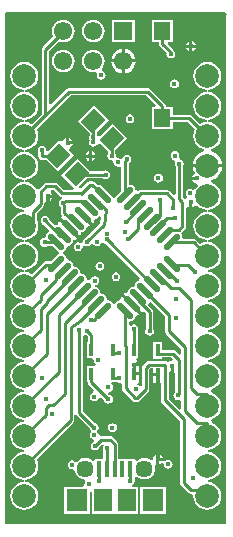
<source format=gtl>
G04*
G04 #@! TF.GenerationSoftware,Altium Limited,Altium Designer,19.1.7 (138)*
G04*
G04 Layer_Physical_Order=1*
G04 Layer_Color=255*
%FSLAX44Y44*%
%MOMM*%
G71*
G01*
G75*
%ADD15C,0.2540*%
%ADD16C,0.1524*%
%ADD17R,0.4000X1.0000*%
G04:AMPARAMS|DCode=18|XSize=0.55mm|YSize=1.75mm|CornerRadius=0mm|HoleSize=0mm|Usage=FLASHONLY|Rotation=45.000|XOffset=0mm|YOffset=0mm|HoleType=Round|Shape=Round|*
%AMOVALD18*
21,1,1.2000,0.5500,0.0000,0.0000,135.0*
1,1,0.5500,0.4243,-0.4243*
1,1,0.5500,-0.4243,0.4243*
%
%ADD18OVALD18*%

G04:AMPARAMS|DCode=19|XSize=0.55mm|YSize=1.75mm|CornerRadius=0mm|HoleSize=0mm|Usage=FLASHONLY|Rotation=315.000|XOffset=0mm|YOffset=0mm|HoleType=Round|Shape=Round|*
%AMOVALD19*
21,1,1.2000,0.5500,0.0000,0.0000,45.0*
1,1,0.5500,-0.4243,-0.4243*
1,1,0.5500,0.4243,0.4243*
%
%ADD19OVALD19*%

G04:AMPARAMS|DCode=20|XSize=0.55mm|YSize=1.75mm|CornerRadius=0mm|HoleSize=0mm|Usage=FLASHONLY|Rotation=315.000|XOffset=0mm|YOffset=0mm|HoleType=Round|Shape=Round|*
%AMOVALD20*
21,1,1.2000,0.5500,0.0000,0.0000,45.0*
1,1,0.5500,-0.4243,-0.4243*
1,1,0.5500,0.4243,0.4243*
%
%ADD20OVALD20*%

%ADD21R,0.4000X1.3500*%
%ADD22R,1.8000X1.9000*%
%ADD23R,1.5000X1.9000*%
%ADD24R,1.4000X1.5000*%
G04:AMPARAMS|DCode=25|XSize=1.6mm|YSize=1.4mm|CornerRadius=0mm|HoleSize=0mm|Usage=FLASHONLY|Rotation=45.000|XOffset=0mm|YOffset=0mm|HoleType=Round|Shape=Rectangle|*
%AMROTATEDRECTD25*
4,1,4,-0.0707,-1.0607,-1.0607,-0.0707,0.0707,1.0607,1.0607,0.0707,-0.0707,-1.0607,0.0*
%
%ADD25ROTATEDRECTD25*%

%ADD41C,1.4500*%
G04:AMPARAMS|DCode=42|XSize=0.6mm|YSize=1.3mm|CornerRadius=0.15mm|HoleSize=0mm|Usage=FLASHONLY|Rotation=0.000|XOffset=0mm|YOffset=0mm|HoleType=Round|Shape=RoundedRectangle|*
%AMROUNDEDRECTD42*
21,1,0.6000,1.0000,0,0,0.0*
21,1,0.3000,1.3000,0,0,0.0*
1,1,0.3000,0.1500,-0.5000*
1,1,0.3000,-0.1500,-0.5000*
1,1,0.3000,-0.1500,0.5000*
1,1,0.3000,0.1500,0.5000*
%
%ADD42ROUNDEDRECTD42*%
%ADD43C,2.0000*%
%ADD44R,1.5500X1.5500*%
%ADD45C,1.5500*%
%ADD46C,0.3810*%
G36*
X171704Y24638D02*
X170180Y23114D01*
Y-406908D01*
X-15240D01*
X-15748Y-406400D01*
Y25908D01*
X170434D01*
X171704Y24638D01*
D02*
G37*
%LPC*%
G36*
X93348Y19942D02*
X74292D01*
Y886D01*
X93348D01*
Y19942D01*
D02*
G37*
G36*
X58420Y20024D02*
X55933Y19697D01*
X53615Y18737D01*
X51625Y17209D01*
X50097Y15219D01*
X49137Y12901D01*
X48810Y10414D01*
X49137Y7927D01*
X50097Y5609D01*
X51625Y3619D01*
X53615Y2091D01*
X55933Y1131D01*
X58420Y804D01*
X60907Y1131D01*
X63225Y2091D01*
X65215Y3619D01*
X66743Y5609D01*
X67703Y7927D01*
X68030Y10414D01*
X67703Y12901D01*
X66743Y15219D01*
X65215Y17209D01*
X63225Y18737D01*
X60907Y19697D01*
X58420Y20024D01*
D02*
G37*
G36*
X33020D02*
X30533Y19697D01*
X28215Y18737D01*
X26225Y17209D01*
X24697Y15219D01*
X23737Y12901D01*
X23410Y10414D01*
X23737Y7927D01*
X24589Y5870D01*
X15582Y-3137D01*
X14909Y-4145D01*
X14672Y-5334D01*
Y-59673D01*
X6201Y-68144D01*
X5940Y-67944D01*
X3075Y-66757D01*
X1166Y-66506D01*
X580Y-66429D01*
Y-64635D01*
X1166Y-64558D01*
X3075Y-64307D01*
X5940Y-63120D01*
X8400Y-61232D01*
X10288Y-58772D01*
X11475Y-55907D01*
X11880Y-52832D01*
X11475Y-49757D01*
X10288Y-46892D01*
X8400Y-44432D01*
X5940Y-42544D01*
X3075Y-41357D01*
X1166Y-41106D01*
X580Y-41029D01*
Y-39235D01*
X1166Y-39158D01*
X3075Y-38907D01*
X5940Y-37720D01*
X8400Y-35832D01*
X10288Y-33372D01*
X11475Y-30507D01*
X11880Y-27432D01*
X11475Y-24357D01*
X10288Y-21492D01*
X8400Y-19032D01*
X5940Y-17144D01*
X3075Y-15957D01*
X0Y-15552D01*
X-3075Y-15957D01*
X-5940Y-17144D01*
X-8400Y-19032D01*
X-10288Y-21492D01*
X-11475Y-24357D01*
X-11880Y-27432D01*
X-11475Y-30507D01*
X-10288Y-33372D01*
X-8400Y-35832D01*
X-5940Y-37720D01*
X-3075Y-38907D01*
X-1166Y-39158D01*
X-580Y-39235D01*
Y-41029D01*
X-1166Y-41106D01*
X-3075Y-41357D01*
X-5940Y-42544D01*
X-8400Y-44432D01*
X-10288Y-46892D01*
X-11475Y-49757D01*
X-11880Y-52832D01*
X-11475Y-55907D01*
X-10288Y-58772D01*
X-8400Y-61232D01*
X-5940Y-63120D01*
X-3075Y-64307D01*
X-1166Y-64558D01*
X-580Y-64635D01*
Y-66429D01*
X-1166Y-66506D01*
X-3075Y-66757D01*
X-5940Y-67944D01*
X-8400Y-69832D01*
X-10288Y-72292D01*
X-11475Y-75157D01*
X-11880Y-78232D01*
X-11475Y-81307D01*
X-10288Y-84172D01*
X-8400Y-86632D01*
X-5940Y-88520D01*
X-3075Y-89707D01*
X-1166Y-89958D01*
X-580Y-90035D01*
Y-91829D01*
X-1166Y-91906D01*
X-3075Y-92157D01*
X-5940Y-93344D01*
X-8400Y-95232D01*
X-10288Y-97692D01*
X-11475Y-100557D01*
X-11880Y-103632D01*
X-11475Y-106707D01*
X-10288Y-109572D01*
X-8400Y-112032D01*
X-5940Y-113920D01*
X-3075Y-115107D01*
X-1166Y-115358D01*
X-580Y-115435D01*
Y-117229D01*
X-1166Y-117306D01*
X-3075Y-117557D01*
X-5940Y-118744D01*
X-8400Y-120632D01*
X-10288Y-123092D01*
X-11475Y-125957D01*
X-11880Y-129032D01*
X-11475Y-132107D01*
X-10288Y-134972D01*
X-8400Y-137432D01*
X-5940Y-139320D01*
X-3075Y-140507D01*
X-1166Y-140758D01*
X-580Y-140835D01*
Y-142629D01*
X-1146Y-142703D01*
X-3075Y-142957D01*
X-5940Y-144144D01*
X-8400Y-146032D01*
X-10288Y-148492D01*
X-11475Y-151357D01*
X-11880Y-154432D01*
X-11475Y-157507D01*
X-10288Y-160372D01*
X-8400Y-162832D01*
X-5940Y-164720D01*
X-3075Y-165907D01*
X-1166Y-166158D01*
X-580Y-166235D01*
Y-168029D01*
X-1166Y-168106D01*
X-3075Y-168357D01*
X-5940Y-169544D01*
X-8400Y-171432D01*
X-10288Y-173892D01*
X-11475Y-176757D01*
X-11880Y-179832D01*
X-11475Y-182907D01*
X-10288Y-185772D01*
X-8400Y-188232D01*
X-5940Y-190120D01*
X-3075Y-191307D01*
X-1166Y-191558D01*
X-580Y-191635D01*
Y-193429D01*
X-1166Y-193506D01*
X-3075Y-193757D01*
X-5940Y-194944D01*
X-8400Y-196832D01*
X-10288Y-199292D01*
X-11475Y-202157D01*
X-11880Y-205232D01*
X-11475Y-208307D01*
X-10288Y-211172D01*
X-8400Y-213632D01*
X-5940Y-215520D01*
X-3075Y-216707D01*
X-1166Y-216958D01*
X-580Y-217035D01*
Y-218829D01*
X-1166Y-218906D01*
X-3075Y-219157D01*
X-5940Y-220344D01*
X-8400Y-222232D01*
X-10288Y-224692D01*
X-11475Y-227557D01*
X-11880Y-230632D01*
X-11475Y-233707D01*
X-10288Y-236572D01*
X-8400Y-239032D01*
X-5940Y-240920D01*
X-3075Y-242107D01*
X-1166Y-242358D01*
X-580Y-242435D01*
Y-244229D01*
X-1166Y-244306D01*
X-3075Y-244557D01*
X-5940Y-245744D01*
X-8400Y-247632D01*
X-10288Y-250092D01*
X-11475Y-252957D01*
X-11880Y-256032D01*
X-11475Y-259107D01*
X-10288Y-261972D01*
X-8400Y-264432D01*
X-5940Y-266320D01*
X-3075Y-267507D01*
X-1166Y-267758D01*
X-580Y-267835D01*
Y-269629D01*
X-1166Y-269706D01*
X-3075Y-269957D01*
X-5940Y-271144D01*
X-8400Y-273032D01*
X-10288Y-275492D01*
X-11475Y-278357D01*
X-11880Y-281432D01*
X-11475Y-284507D01*
X-10288Y-287372D01*
X-8400Y-289832D01*
X-5940Y-291720D01*
X-3075Y-292907D01*
X-1166Y-293158D01*
X-580Y-293235D01*
Y-295029D01*
X-1166Y-295106D01*
X-3075Y-295357D01*
X-5940Y-296544D01*
X-8400Y-298432D01*
X-10288Y-300892D01*
X-11475Y-303757D01*
X-11880Y-306832D01*
X-11475Y-309907D01*
X-10288Y-312772D01*
X-8400Y-315232D01*
X-5940Y-317120D01*
X-3075Y-318307D01*
X-1166Y-318558D01*
X-580Y-318635D01*
Y-320429D01*
X-1166Y-320506D01*
X-3075Y-320757D01*
X-5940Y-321944D01*
X-8400Y-323832D01*
X-10288Y-326292D01*
X-11475Y-329157D01*
X-11880Y-332232D01*
X-11475Y-335307D01*
X-10288Y-338172D01*
X-8400Y-340632D01*
X-5940Y-342520D01*
X-3075Y-343707D01*
X-1166Y-343958D01*
X-580Y-344035D01*
Y-345829D01*
X-1166Y-345906D01*
X-3075Y-346157D01*
X-5940Y-347344D01*
X-8400Y-349232D01*
X-10288Y-351692D01*
X-11475Y-354557D01*
X-11880Y-357632D01*
X-11475Y-360707D01*
X-10288Y-363572D01*
X-8400Y-366032D01*
X-5940Y-367920D01*
X-3075Y-369107D01*
X-1166Y-369358D01*
X-580Y-369435D01*
Y-371229D01*
X-1166Y-371306D01*
X-3075Y-371557D01*
X-5940Y-372744D01*
X-8400Y-374632D01*
X-10288Y-377092D01*
X-11475Y-379957D01*
X-11880Y-383032D01*
X-11475Y-386107D01*
X-10288Y-388972D01*
X-8400Y-391432D01*
X-5940Y-393320D01*
X-3075Y-394507D01*
X0Y-394912D01*
X3075Y-394507D01*
X5940Y-393320D01*
X8400Y-391432D01*
X10288Y-388972D01*
X11475Y-386107D01*
X11880Y-383032D01*
X11475Y-379957D01*
X10288Y-377092D01*
X8400Y-374632D01*
X5940Y-372744D01*
X3075Y-371557D01*
X1166Y-371306D01*
X580Y-371229D01*
Y-369435D01*
X1166Y-369358D01*
X3075Y-369107D01*
X5940Y-367920D01*
X8400Y-366032D01*
X10288Y-363572D01*
X11475Y-360707D01*
X11880Y-357632D01*
X11475Y-354557D01*
X10451Y-352084D01*
X41408Y-321127D01*
X42082Y-320119D01*
X42318Y-318930D01*
Y-315022D01*
X44096Y-314483D01*
X44406Y-314947D01*
X55586Y-326127D01*
X55713Y-326765D01*
X56527Y-327983D01*
Y-329173D01*
X55713Y-330391D01*
X55427Y-331828D01*
X55713Y-333265D01*
X56527Y-334483D01*
X57745Y-335297D01*
X57751Y-335299D01*
X58465Y-337030D01*
X58253Y-337399D01*
X57035Y-338213D01*
X56221Y-339431D01*
X55935Y-340868D01*
X56221Y-342305D01*
X57035Y-343523D01*
X58253Y-344337D01*
X59690Y-344623D01*
X61127Y-344337D01*
X62345Y-343523D01*
X63159Y-342305D01*
X63286Y-341667D01*
X65697Y-339256D01*
X67033Y-340352D01*
X67058Y-340420D01*
X66531Y-341209D01*
X66245Y-342646D01*
X66531Y-344083D01*
X66892Y-344624D01*
Y-351644D01*
X59722D01*
Y-353136D01*
X57944Y-353740D01*
X57939Y-353733D01*
X56053Y-352286D01*
X53857Y-351376D01*
X51500Y-351066D01*
X49143Y-351376D01*
X46947Y-352286D01*
X45061Y-353733D01*
X44651Y-354267D01*
X43052Y-354215D01*
X41834Y-353401D01*
X40397Y-353115D01*
X38960Y-353401D01*
X37742Y-354215D01*
X36928Y-355433D01*
X36642Y-356870D01*
X36928Y-358307D01*
X37742Y-359525D01*
X38960Y-360339D01*
X40397Y-360625D01*
X40654Y-360574D01*
X42574Y-361776D01*
X42616Y-361859D01*
X42704Y-362529D01*
X43614Y-364725D01*
X45061Y-366611D01*
X46947Y-368058D01*
X49143Y-368968D01*
X50790Y-369184D01*
X51191Y-369857D01*
X51520Y-370939D01*
X51521Y-370984D01*
X50887Y-371933D01*
X50601Y-373370D01*
X50705Y-373896D01*
X49491Y-375674D01*
X33622D01*
Y-384229D01*
X33435Y-384681D01*
X33151Y-386842D01*
X33435Y-389003D01*
X33622Y-389455D01*
Y-398230D01*
X55178D01*
Y-378894D01*
X55324Y-378780D01*
X57017Y-379605D01*
X57102Y-379749D01*
Y-398230D01*
X75564D01*
X75658Y-398230D01*
X77342D01*
X77436Y-398230D01*
X95898D01*
Y-375674D01*
X91500D01*
X91275Y-375036D01*
X91204Y-373896D01*
X92155Y-373261D01*
X92969Y-372042D01*
X93255Y-370605D01*
X93230Y-370478D01*
X93278Y-368700D01*
X93278Y-368700D01*
X93576Y-367427D01*
X93908Y-367244D01*
X95271Y-366772D01*
X96947Y-368058D01*
X99143Y-368968D01*
X101500Y-369278D01*
X103857Y-368968D01*
X106053Y-368058D01*
X107939Y-366611D01*
X109386Y-364725D01*
X110295Y-362529D01*
X110606Y-360172D01*
X110303Y-357871D01*
X110717Y-357256D01*
X111662Y-356469D01*
X111760Y-356488D01*
Y-352209D01*
Y-347929D01*
X111296Y-348022D01*
X109825Y-349004D01*
X108843Y-350474D01*
X108547Y-351959D01*
X107688Y-352528D01*
X106817Y-352873D01*
X106053Y-352286D01*
X103857Y-351376D01*
X101500Y-351066D01*
X99143Y-351376D01*
X96947Y-352286D01*
X95061Y-353733D01*
X95056Y-353740D01*
X93278Y-353136D01*
Y-351644D01*
X79608D01*
Y-339644D01*
X79371Y-338455D01*
X78698Y-337447D01*
X74587Y-333336D01*
X73579Y-332663D01*
X72390Y-332426D01*
X65024D01*
X64615Y-332508D01*
X63373Y-332005D01*
X62814Y-331207D01*
X62651Y-330391D01*
X61837Y-329173D01*
Y-327983D01*
X62651Y-326765D01*
X62937Y-325328D01*
X62651Y-323891D01*
X61837Y-322673D01*
X60619Y-321858D01*
X59981Y-321731D01*
X49712Y-311462D01*
Y-247565D01*
X51490Y-246614D01*
X51903Y-246891D01*
X52541Y-247018D01*
X53534Y-248011D01*
Y-252810D01*
X52864D01*
Y-266366D01*
X57525D01*
X58871Y-268144D01*
X58822Y-268392D01*
X59108Y-269829D01*
X59922Y-271047D01*
X60064Y-271142D01*
X60173Y-271490D01*
X59265Y-273130D01*
X58788Y-273130D01*
X58788Y-273130D01*
X58751Y-273130D01*
X52864D01*
Y-286686D01*
X53534D01*
Y-287020D01*
X53771Y-288209D01*
X54444Y-289217D01*
X59117Y-293890D01*
X58430Y-295717D01*
X57721Y-295858D01*
X56502Y-296672D01*
X55688Y-297891D01*
X55402Y-299328D01*
X55688Y-300765D01*
X56502Y-301983D01*
X57721Y-302797D01*
X59158Y-303083D01*
X60595Y-302797D01*
X61813Y-301983D01*
X62627Y-300765D01*
X62768Y-300056D01*
X64596Y-299369D01*
X67524Y-302297D01*
X67651Y-302935D01*
X68465Y-304153D01*
X69683Y-304967D01*
X71120Y-305253D01*
X72557Y-304967D01*
X73775Y-304153D01*
X74589Y-302935D01*
X74875Y-301498D01*
X74589Y-300061D01*
X73775Y-298843D01*
X72557Y-298029D01*
X71919Y-297902D01*
X70899Y-296882D01*
X70959Y-296415D01*
X71599Y-295068D01*
X72557Y-294877D01*
X73775Y-294063D01*
X74589Y-292845D01*
X74875Y-291408D01*
X74589Y-289971D01*
X73775Y-288753D01*
X73343Y-288464D01*
X73882Y-286686D01*
X77949D01*
X78319Y-286933D01*
X79756Y-287219D01*
X80712Y-287029D01*
X82094Y-287816D01*
X82490Y-288205D01*
Y-292100D01*
X82727Y-293289D01*
X83400Y-294298D01*
X91783Y-302680D01*
X92791Y-303353D01*
X93980Y-303590D01*
X95250D01*
X96439Y-303353D01*
X97448Y-302680D01*
X104813Y-295313D01*
X105487Y-294305D01*
X105724Y-293116D01*
Y-276115D01*
X106697Y-275142D01*
X108490D01*
Y-279146D01*
X113030D01*
Y-280416D01*
X114300D01*
Y-287956D01*
X115764D01*
Y-302260D01*
X116001Y-303449D01*
X116674Y-304457D01*
X131766Y-319549D01*
Y-372110D01*
X132003Y-373299D01*
X132676Y-374308D01*
X138772Y-380404D01*
X139781Y-381077D01*
X140970Y-381314D01*
X141938D01*
X143111Y-382650D01*
X143060Y-383032D01*
X143465Y-386107D01*
X144652Y-388972D01*
X146540Y-391432D01*
X149000Y-393320D01*
X151865Y-394507D01*
X154940Y-394912D01*
X158015Y-394507D01*
X160880Y-393320D01*
X163340Y-391432D01*
X165228Y-388972D01*
X166415Y-386107D01*
X166820Y-383032D01*
X166415Y-379957D01*
X165228Y-377092D01*
X163340Y-374632D01*
X160880Y-372744D01*
X158015Y-371557D01*
X156106Y-371306D01*
X155520Y-371229D01*
Y-369435D01*
X156106Y-369358D01*
X158015Y-369107D01*
X160880Y-367920D01*
X163340Y-366032D01*
X165228Y-363572D01*
X166415Y-360707D01*
X166820Y-357632D01*
X166415Y-354557D01*
X165228Y-351692D01*
X163340Y-349232D01*
X160880Y-347344D01*
X158015Y-346157D01*
X156106Y-345906D01*
X155520Y-345829D01*
Y-344035D01*
X156106Y-343958D01*
X158015Y-343707D01*
X160880Y-342520D01*
X163340Y-340632D01*
X165228Y-338172D01*
X166415Y-335307D01*
X166820Y-332232D01*
X166415Y-329157D01*
X165228Y-326292D01*
X163340Y-323832D01*
X160880Y-321944D01*
X158698Y-321040D01*
X158120Y-319237D01*
X158137Y-318992D01*
X158554Y-318083D01*
X160880Y-317120D01*
X163340Y-315232D01*
X165228Y-312772D01*
X166415Y-309907D01*
X166820Y-306832D01*
X166415Y-303757D01*
X165228Y-300892D01*
X163340Y-298432D01*
X160880Y-296544D01*
X158015Y-295357D01*
X157735Y-294737D01*
X157812Y-294234D01*
X158620Y-292656D01*
X160880Y-291720D01*
X163340Y-289832D01*
X165228Y-287372D01*
X166415Y-284507D01*
X166820Y-281432D01*
X166415Y-278357D01*
X165228Y-275492D01*
X163340Y-273032D01*
X160880Y-271144D01*
X158015Y-269957D01*
X156106Y-269706D01*
X155520Y-269629D01*
Y-267835D01*
X156106Y-267758D01*
X158015Y-267507D01*
X160880Y-266320D01*
X163340Y-264432D01*
X165228Y-261972D01*
X166415Y-259107D01*
X166820Y-256032D01*
X166415Y-252957D01*
X165228Y-250092D01*
X163340Y-247632D01*
X160880Y-245744D01*
X158015Y-244557D01*
X156106Y-244306D01*
X155520Y-244229D01*
Y-242435D01*
X156106Y-242358D01*
X158015Y-242107D01*
X160880Y-240920D01*
X163340Y-239032D01*
X165228Y-236572D01*
X166415Y-233707D01*
X166820Y-230632D01*
X166415Y-227557D01*
X165228Y-224692D01*
X163340Y-222232D01*
X160880Y-220344D01*
X158015Y-219157D01*
X156106Y-218906D01*
X155520Y-218829D01*
Y-217035D01*
X156106Y-216958D01*
X158015Y-216707D01*
X160880Y-215520D01*
X163340Y-213632D01*
X165228Y-211172D01*
X166415Y-208307D01*
X166820Y-205232D01*
X166415Y-202157D01*
X165228Y-199292D01*
X163340Y-196832D01*
X160880Y-194944D01*
X158015Y-193757D01*
X156106Y-193506D01*
X155520Y-193429D01*
Y-191635D01*
X156106Y-191558D01*
X158015Y-191307D01*
X160880Y-190120D01*
X163340Y-188232D01*
X165228Y-185772D01*
X166415Y-182907D01*
X166820Y-179832D01*
X166415Y-176757D01*
X165228Y-173892D01*
X163340Y-171432D01*
X160880Y-169544D01*
X158015Y-168357D01*
X156106Y-168106D01*
X155520Y-168029D01*
Y-166235D01*
X156106Y-166158D01*
X158015Y-165907D01*
X160880Y-164720D01*
X163340Y-162832D01*
X165228Y-160372D01*
X166415Y-157507D01*
X166820Y-154432D01*
X166415Y-151357D01*
X165228Y-148492D01*
X163340Y-146032D01*
X160880Y-144144D01*
X158015Y-142957D01*
X156106Y-142706D01*
X155520Y-142629D01*
Y-140835D01*
X156106Y-140758D01*
X158015Y-140507D01*
X160880Y-139320D01*
X163340Y-137432D01*
X165228Y-134972D01*
X166415Y-132107D01*
X166820Y-129032D01*
X166415Y-125957D01*
X165228Y-123092D01*
X163340Y-120632D01*
X160880Y-118744D01*
X158219Y-117642D01*
X158066Y-117115D01*
X158214Y-115849D01*
X161264Y-114586D01*
X163884Y-112576D01*
X165894Y-109956D01*
X167157Y-106906D01*
X167421Y-104902D01*
X154940D01*
X142459D01*
X142723Y-106906D01*
X143986Y-109956D01*
X143916Y-110384D01*
X142850Y-111095D01*
X141868Y-112566D01*
X141776Y-113030D01*
X146055D01*
Y-115570D01*
X141776D01*
X141868Y-116034D01*
X142850Y-117505D01*
X144321Y-118487D01*
X145983Y-118818D01*
X146149Y-119083D01*
X146686Y-120519D01*
X146540Y-120632D01*
X144652Y-123092D01*
X144403Y-123693D01*
X142351Y-124002D01*
X141645Y-123531D01*
X140208Y-123245D01*
X138771Y-123531D01*
X137553Y-124345D01*
X136739Y-125563D01*
X136453Y-127000D01*
X136739Y-128437D01*
X137444Y-129492D01*
X137582Y-129899D01*
X137636Y-130347D01*
X136082Y-131775D01*
X135414Y-131735D01*
X134172Y-130493D01*
Y-103832D01*
X134533Y-103291D01*
X134819Y-101854D01*
X134533Y-100417D01*
X133719Y-99199D01*
X132501Y-98385D01*
X131896Y-98264D01*
X130978Y-96447D01*
X130977Y-96438D01*
X131263Y-95001D01*
X130977Y-93564D01*
X130163Y-92346D01*
X128945Y-91532D01*
X127508Y-91246D01*
X126071Y-91532D01*
X124853Y-92346D01*
X124039Y-93564D01*
X123753Y-95001D01*
X124039Y-96438D01*
X124853Y-97656D01*
X126071Y-98470D01*
X126677Y-98591D01*
X127594Y-100408D01*
X127595Y-100417D01*
X127309Y-101854D01*
X127595Y-103291D01*
X127956Y-103832D01*
Y-127715D01*
X126314Y-128396D01*
X122720Y-124803D01*
X121712Y-124129D01*
X120523Y-123892D01*
X98545D01*
X97356Y-124129D01*
X96347Y-124803D01*
X94393Y-124332D01*
X93957Y-123730D01*
X93714Y-122508D01*
X92713Y-121010D01*
X91216Y-120009D01*
X89449Y-119658D01*
X88314Y-118727D01*
Y-101761D01*
X89523Y-100953D01*
X90337Y-99735D01*
X90623Y-98298D01*
X90337Y-96861D01*
X89523Y-95643D01*
X88305Y-94829D01*
X86868Y-94543D01*
X85431Y-94829D01*
X84213Y-95643D01*
X83399Y-96861D01*
X83324Y-97235D01*
X82101Y-97809D01*
X81649Y-97929D01*
X81146Y-97593D01*
X80431Y-97115D01*
X78994Y-96829D01*
X77732Y-95379D01*
X77446Y-93941D01*
X77084Y-93400D01*
Y-90395D01*
X87098Y-80381D01*
X74684Y-67967D01*
X63807Y-78844D01*
X61893Y-78320D01*
X61861Y-78276D01*
X61528Y-77778D01*
Y-74838D01*
X71541Y-64825D01*
X59127Y-52411D01*
X45299Y-66239D01*
X55312Y-76252D01*
Y-77778D01*
X54951Y-78319D01*
X54665Y-79756D01*
X54951Y-81193D01*
X55312Y-81734D01*
Y-81842D01*
X54951Y-82383D01*
X54665Y-83820D01*
X54951Y-85257D01*
X55765Y-86475D01*
X56983Y-87289D01*
X58420Y-87575D01*
X59857Y-87289D01*
X61075Y-86475D01*
X61855Y-85309D01*
X61897Y-85255D01*
X63804Y-84744D01*
X70869Y-91809D01*
Y-93400D01*
X70507Y-93941D01*
X70221Y-95379D01*
X70507Y-96816D01*
X71321Y-98034D01*
X72540Y-98848D01*
X73976Y-99134D01*
X75239Y-100584D01*
X75525Y-102021D01*
X76339Y-103239D01*
X77557Y-104053D01*
X78994Y-104339D01*
X80321Y-104075D01*
X80469Y-104076D01*
X82099Y-105077D01*
Y-125096D01*
X77699Y-129495D01*
X76768Y-130889D01*
X75949Y-130993D01*
X75725D01*
X74906Y-130889D01*
X73975Y-129495D01*
X65490Y-121010D01*
X63992Y-120009D01*
X62225Y-119658D01*
X61617Y-119779D01*
X59691Y-117854D01*
X58683Y-117180D01*
X57493Y-116943D01*
X55209D01*
X54020Y-117180D01*
X53011Y-117854D01*
X47552Y-123313D01*
X46788Y-123205D01*
X46158Y-121320D01*
X53076Y-114402D01*
X66898D01*
X67440Y-114764D01*
X68877Y-115050D01*
X70314Y-114764D01*
X71532Y-113950D01*
X72346Y-112732D01*
X72632Y-111295D01*
X72346Y-109858D01*
X71532Y-108639D01*
X70314Y-107825D01*
X68877Y-107540D01*
X67440Y-107825D01*
X66898Y-108187D01*
X55506D01*
X44985Y-97666D01*
X31157Y-111494D01*
X41913Y-122250D01*
X41232Y-123892D01*
X33291D01*
X28359Y-118961D01*
X27351Y-118287D01*
X26162Y-118050D01*
X18542D01*
X17353Y-118287D01*
X16344Y-118961D01*
X12213Y-123092D01*
X11047Y-123092D01*
X10368Y-122971D01*
X10073Y-122812D01*
X8400Y-120632D01*
X5940Y-118744D01*
X3075Y-117557D01*
X1166Y-117306D01*
X580Y-117229D01*
Y-115435D01*
X1166Y-115358D01*
X3075Y-115107D01*
X5940Y-113920D01*
X8400Y-112032D01*
X10288Y-109572D01*
X11475Y-106707D01*
X11880Y-103632D01*
X11475Y-100557D01*
X10288Y-97692D01*
X8400Y-95232D01*
X5940Y-93344D01*
X3075Y-92157D01*
X1166Y-91906D01*
X580Y-91829D01*
Y-90035D01*
X1166Y-89958D01*
X3075Y-89707D01*
X5940Y-88520D01*
X8400Y-86632D01*
X10288Y-84172D01*
X11475Y-81307D01*
X11880Y-78232D01*
X11475Y-75157D01*
X10451Y-72684D01*
X19978Y-63158D01*
X19978Y-63157D01*
X39133Y-44002D01*
X103107D01*
X111176Y-52071D01*
X110496Y-53714D01*
X108062D01*
Y-72270D01*
X125618D01*
Y-66608D01*
X138413D01*
X144489Y-72684D01*
X143465Y-75157D01*
X143060Y-78232D01*
X143465Y-81307D01*
X144652Y-84172D01*
X146540Y-86632D01*
X149000Y-88520D01*
X151661Y-89622D01*
X151814Y-90149D01*
X151666Y-91415D01*
X148616Y-92678D01*
X145996Y-94688D01*
X143986Y-97308D01*
X142723Y-100358D01*
X142459Y-102362D01*
X154940D01*
X167421D01*
X167157Y-100358D01*
X165894Y-97308D01*
X163884Y-94688D01*
X161264Y-92678D01*
X158214Y-91415D01*
X158066Y-90149D01*
X158219Y-89622D01*
X160880Y-88520D01*
X163340Y-86632D01*
X165228Y-84172D01*
X166415Y-81307D01*
X166820Y-78232D01*
X166415Y-75157D01*
X165228Y-72292D01*
X163340Y-69832D01*
X160880Y-67944D01*
X158015Y-66757D01*
X156106Y-66506D01*
X155520Y-66429D01*
Y-64635D01*
X156106Y-64558D01*
X158015Y-64307D01*
X160880Y-63120D01*
X163340Y-61232D01*
X165228Y-58772D01*
X166415Y-55907D01*
X166820Y-52832D01*
X166415Y-49757D01*
X165228Y-46892D01*
X163340Y-44432D01*
X160880Y-42544D01*
X158015Y-41357D01*
X156106Y-41106D01*
X155520Y-41029D01*
Y-39235D01*
X156106Y-39158D01*
X158015Y-38907D01*
X160880Y-37720D01*
X163340Y-35832D01*
X165228Y-33372D01*
X166415Y-30507D01*
X166820Y-27432D01*
X166415Y-24357D01*
X165228Y-21492D01*
X163340Y-19032D01*
X160880Y-17144D01*
X158015Y-15957D01*
X154940Y-15552D01*
X151865Y-15957D01*
X149000Y-17144D01*
X146540Y-19032D01*
X144652Y-21492D01*
X143465Y-24357D01*
X143060Y-27432D01*
X143465Y-30507D01*
X144652Y-33372D01*
X146540Y-35832D01*
X149000Y-37720D01*
X151865Y-38907D01*
X153774Y-39158D01*
X154360Y-39235D01*
Y-41029D01*
X153774Y-41106D01*
X151865Y-41357D01*
X149000Y-42544D01*
X146540Y-44432D01*
X144652Y-46892D01*
X143465Y-49757D01*
X143060Y-52832D01*
X143465Y-55907D01*
X144652Y-58772D01*
X146540Y-61232D01*
X149000Y-63120D01*
X151865Y-64307D01*
X153774Y-64558D01*
X154360Y-64635D01*
Y-66429D01*
X153774Y-66506D01*
X151865Y-66757D01*
X149000Y-67944D01*
X148739Y-68144D01*
X141897Y-61302D01*
X140889Y-60629D01*
X139700Y-60392D01*
X125618D01*
Y-53714D01*
X119948D01*
Y-53340D01*
X119711Y-52151D01*
X119038Y-51143D01*
X106592Y-38696D01*
X105583Y-38023D01*
X104394Y-37786D01*
X37846D01*
X36657Y-38023D01*
X35649Y-38696D01*
X22530Y-51815D01*
X20888Y-51134D01*
Y-6621D01*
X29195Y1685D01*
X30533Y1131D01*
X33020Y804D01*
X35507Y1131D01*
X37825Y2091D01*
X39815Y3619D01*
X41343Y5609D01*
X42303Y7927D01*
X42630Y10414D01*
X42303Y12901D01*
X41343Y15219D01*
X39815Y17209D01*
X37825Y18737D01*
X35507Y19697D01*
X33020Y20024D01*
D02*
G37*
G36*
X142240Y1739D02*
Y-1270D01*
X145249D01*
X145157Y-806D01*
X144175Y665D01*
X142704Y1647D01*
X142240Y1739D01*
D02*
G37*
G36*
X139700D02*
X139236Y1647D01*
X137765Y665D01*
X136783Y-806D01*
X136691Y-1270D01*
X139700D01*
Y1739D01*
D02*
G37*
G36*
X145249Y-3810D02*
X142240D01*
Y-6819D01*
X142704Y-6727D01*
X144175Y-5745D01*
X145157Y-4274D01*
X145249Y-3810D01*
D02*
G37*
G36*
X139700D02*
X136691D01*
X136783Y-4274D01*
X137765Y-5745D01*
X139236Y-6727D01*
X139700Y-6819D01*
Y-3810D01*
D02*
G37*
G36*
X125618Y19946D02*
X108062D01*
Y1390D01*
X113732D01*
Y-465D01*
X113969Y-1654D01*
X114642Y-2662D01*
X120329Y-8349D01*
X120197Y-9014D01*
X120483Y-10452D01*
X121297Y-11670D01*
X122515Y-12484D01*
X123952Y-12770D01*
X125389Y-12484D01*
X126607Y-11670D01*
X127421Y-10452D01*
X127707Y-9014D01*
X127421Y-7577D01*
X126907Y-6807D01*
X126823Y-6388D01*
X126150Y-5379D01*
X121158Y-388D01*
X121895Y1390D01*
X125618D01*
Y19946D01*
D02*
G37*
G36*
X85090Y-4774D02*
Y-13716D01*
X94032D01*
X93845Y-12300D01*
X92808Y-9797D01*
X91159Y-7647D01*
X89009Y-5998D01*
X86506Y-4961D01*
X85090Y-4774D01*
D02*
G37*
G36*
X82550D02*
X81134Y-4961D01*
X78631Y-5998D01*
X76481Y-7647D01*
X74832Y-9797D01*
X73795Y-12300D01*
X73608Y-13716D01*
X82550D01*
Y-4774D01*
D02*
G37*
G36*
X33020Y-5376D02*
X30533Y-5703D01*
X28215Y-6663D01*
X26225Y-8191D01*
X24697Y-10181D01*
X23737Y-12499D01*
X23410Y-14986D01*
X23737Y-17473D01*
X24697Y-19791D01*
X26225Y-21781D01*
X28215Y-23309D01*
X30533Y-24269D01*
X33020Y-24596D01*
X35507Y-24269D01*
X37825Y-23309D01*
X39815Y-21781D01*
X41343Y-19791D01*
X42303Y-17473D01*
X42630Y-14986D01*
X42303Y-12499D01*
X41343Y-10181D01*
X39815Y-8191D01*
X37825Y-6663D01*
X35507Y-5703D01*
X33020Y-5376D01*
D02*
G37*
G36*
X94032Y-16256D02*
X85090D01*
Y-25198D01*
X86506Y-25011D01*
X89009Y-23974D01*
X91159Y-22325D01*
X92808Y-20175D01*
X93845Y-17672D01*
X94032Y-16256D01*
D02*
G37*
G36*
X82550D02*
X73608D01*
X73795Y-17672D01*
X74832Y-20175D01*
X76481Y-22325D01*
X78631Y-23974D01*
X81134Y-25011D01*
X82550Y-25198D01*
Y-16256D01*
D02*
G37*
G36*
X58420Y-5376D02*
X55933Y-5703D01*
X53615Y-6663D01*
X51625Y-8191D01*
X50097Y-10181D01*
X49137Y-12499D01*
X48810Y-14986D01*
X49137Y-17473D01*
X50097Y-19791D01*
X51625Y-21781D01*
X53615Y-23309D01*
X55933Y-24269D01*
X58420Y-24596D01*
X60351Y-24342D01*
X61306Y-25452D01*
X61401Y-25591D01*
X61521Y-25911D01*
X61269Y-27178D01*
X61555Y-28615D01*
X62369Y-29833D01*
X63587Y-30647D01*
X65024Y-30933D01*
X66461Y-30647D01*
X67679Y-29833D01*
X68493Y-28615D01*
X68779Y-27178D01*
X68493Y-25741D01*
X67679Y-24523D01*
X66461Y-23709D01*
X65797Y-23577D01*
X65333Y-22145D01*
X65280Y-21697D01*
X66743Y-19791D01*
X67703Y-17473D01*
X68030Y-14986D01*
X67703Y-12499D01*
X66743Y-10181D01*
X65215Y-8191D01*
X63225Y-6663D01*
X60907Y-5703D01*
X58420Y-5376D01*
D02*
G37*
G36*
X127000Y-30540D02*
X125563Y-30826D01*
X124345Y-31640D01*
X123531Y-32858D01*
X123245Y-34295D01*
X123531Y-35732D01*
X124345Y-36950D01*
X125563Y-37764D01*
X127000Y-38050D01*
X128437Y-37764D01*
X129655Y-36950D01*
X130469Y-35732D01*
X130755Y-34295D01*
X130469Y-32858D01*
X129655Y-31640D01*
X128437Y-30826D01*
X127000Y-30540D01*
D02*
G37*
G36*
X89397Y-60243D02*
X87960Y-60528D01*
X86742Y-61343D01*
X85927Y-62561D01*
X85642Y-63998D01*
X85927Y-65435D01*
X86742Y-66653D01*
X87960Y-67467D01*
X89397Y-67753D01*
X90834Y-67467D01*
X92052Y-66653D01*
X92866Y-65435D01*
X93152Y-63998D01*
X92866Y-62561D01*
X92052Y-61343D01*
X90834Y-60528D01*
X89397Y-60243D01*
D02*
G37*
G36*
X37846Y-79852D02*
Y-82861D01*
X40855D01*
X40763Y-82397D01*
X39781Y-80927D01*
X38310Y-79944D01*
X37846Y-79852D01*
D02*
G37*
G36*
X35306D02*
X34842Y-79944D01*
X33371Y-80927D01*
X32389Y-82397D01*
X32363Y-82529D01*
X30433Y-83115D01*
X29428Y-82110D01*
X20415Y-91123D01*
X19510Y-90879D01*
X18640Y-90384D01*
X18409Y-89222D01*
X17595Y-88003D01*
X16376Y-87189D01*
X14939Y-86903D01*
X13502Y-87189D01*
X12284Y-88003D01*
X11470Y-89222D01*
X11184Y-90659D01*
X11470Y-92096D01*
X11832Y-92637D01*
Y-95739D01*
X12068Y-96928D01*
X12742Y-97936D01*
X13750Y-98610D01*
X14939Y-98846D01*
X18509D01*
X28014Y-108352D01*
X41842Y-94524D01*
X37593Y-90274D01*
X38178Y-88345D01*
X38310Y-88319D01*
X39781Y-87336D01*
X40763Y-85866D01*
X40855Y-85401D01*
X36576D01*
Y-84131D01*
X35306D01*
Y-79852D01*
D02*
G37*
G36*
X57150Y-91245D02*
Y-94255D01*
X60159D01*
X60067Y-93791D01*
X59085Y-92320D01*
X57614Y-91338D01*
X57150Y-91245D01*
D02*
G37*
G36*
X54610D02*
X54146Y-91338D01*
X52675Y-92320D01*
X51693Y-93791D01*
X51601Y-94255D01*
X54610D01*
Y-91245D01*
D02*
G37*
G36*
X60159Y-96795D02*
X57150D01*
Y-99804D01*
X57614Y-99712D01*
X59085Y-98729D01*
X60067Y-97259D01*
X60159Y-96795D01*
D02*
G37*
G36*
X54610D02*
X51601D01*
X51693Y-97259D01*
X52675Y-98729D01*
X54146Y-99712D01*
X54610Y-99804D01*
Y-96795D01*
D02*
G37*
G36*
X113475Y-110545D02*
X112038Y-110831D01*
X110820Y-111645D01*
X110006Y-112863D01*
X109720Y-114300D01*
X110006Y-115737D01*
X110820Y-116955D01*
X112038Y-117769D01*
X113475Y-118055D01*
X114912Y-117769D01*
X116130Y-116955D01*
X116944Y-115737D01*
X117230Y-114300D01*
X116944Y-112863D01*
X116130Y-111645D01*
X114912Y-110831D01*
X113475Y-110545D01*
D02*
G37*
G36*
X111760Y-281686D02*
X108490D01*
Y-287956D01*
X111760D01*
Y-281686D01*
D02*
G37*
G36*
X74468Y-321619D02*
X73031Y-321905D01*
X71813Y-322719D01*
X70999Y-323937D01*
X70713Y-325374D01*
X70999Y-326811D01*
X71813Y-328029D01*
X73031Y-328843D01*
X74468Y-329129D01*
X75905Y-328843D01*
X77123Y-328029D01*
X77937Y-326811D01*
X78223Y-325374D01*
X77937Y-323937D01*
X77123Y-322719D01*
X75905Y-321905D01*
X74468Y-321619D01*
D02*
G37*
G36*
X114300Y-347929D02*
Y-350939D01*
X117309D01*
X117217Y-350474D01*
X116235Y-349004D01*
X114764Y-348022D01*
X114300Y-347929D01*
D02*
G37*
G36*
X121666Y-352607D02*
X120229Y-352893D01*
X119087Y-353656D01*
X118755Y-353572D01*
X118579Y-353479D01*
X114300D01*
Y-356488D01*
X114764Y-356396D01*
X116235Y-355413D01*
X116309Y-355302D01*
X117984Y-355996D01*
X117911Y-356362D01*
X118197Y-357799D01*
X119011Y-359017D01*
X120229Y-359831D01*
X121666Y-360117D01*
X123103Y-359831D01*
X124321Y-359017D01*
X125135Y-357799D01*
X125421Y-356362D01*
X125135Y-354925D01*
X124321Y-353707D01*
X123103Y-352893D01*
X121666Y-352607D01*
D02*
G37*
G36*
X119478Y-375674D02*
X97922D01*
Y-398230D01*
X119478D01*
Y-389213D01*
X119565Y-389003D01*
X119849Y-386842D01*
X119565Y-384681D01*
X119478Y-384471D01*
Y-375674D01*
D02*
G37*
%LPD*%
G36*
X142240Y-138899D02*
X142704Y-138807D01*
X144175Y-137825D01*
X144373Y-137528D01*
X146538Y-137432D01*
X146563Y-137450D01*
X149000Y-139320D01*
X151865Y-140507D01*
X153774Y-140758D01*
X154360Y-140835D01*
Y-142629D01*
X153774Y-142706D01*
X151865Y-142957D01*
X149000Y-144144D01*
X146540Y-146032D01*
X144652Y-148492D01*
X143465Y-151357D01*
X143060Y-154432D01*
X143465Y-157507D01*
X144652Y-160372D01*
X146540Y-162832D01*
X149000Y-164720D01*
X151865Y-165907D01*
X153774Y-166158D01*
X154360Y-166235D01*
Y-168029D01*
X153774Y-168106D01*
X151865Y-168357D01*
X149000Y-169544D01*
X148739Y-169744D01*
X145421Y-166426D01*
X144413Y-165752D01*
X143223Y-165516D01*
X134738D01*
X133610Y-164141D01*
X133664Y-163873D01*
X133312Y-162106D01*
X132311Y-160608D01*
X132983Y-159948D01*
X133007Y-159931D01*
X135801Y-157137D01*
X136475Y-156129D01*
X136712Y-154940D01*
Y-139205D01*
X138490Y-138309D01*
X139236Y-138807D01*
X139700Y-138899D01*
Y-134620D01*
X142240D01*
Y-138899D01*
D02*
G37*
G36*
X29806Y-129198D02*
X30815Y-129871D01*
X31276Y-129963D01*
X31435Y-130388D01*
X31443Y-132146D01*
X30224Y-132960D01*
X29411Y-134178D01*
X29125Y-135615D01*
X29411Y-137052D01*
X30224Y-138271D01*
X30708Y-138594D01*
Y-143664D01*
X30945Y-144853D01*
X31619Y-145861D01*
X31695Y-145938D01*
X31243Y-148000D01*
X31204Y-148026D01*
X39082Y-155904D01*
X46960Y-163782D01*
X47410Y-163109D01*
X47682Y-161737D01*
X48083Y-160004D01*
X49850Y-159653D01*
X51347Y-158652D01*
X52348Y-157154D01*
X52700Y-155387D01*
X54433Y-154987D01*
X55804Y-154714D01*
X56477Y-154264D01*
X48600Y-146386D01*
X50395Y-144590D01*
X58273Y-152468D01*
X58723Y-151795D01*
X58996Y-150423D01*
X59397Y-148690D01*
X61163Y-148339D01*
X62661Y-147338D01*
X63412Y-146214D01*
X65094Y-146898D01*
X64077Y-152381D01*
X51812Y-164646D01*
X51649Y-164679D01*
X50431Y-165493D01*
X49617Y-166711D01*
X49331Y-168148D01*
X49386Y-168426D01*
X49138Y-168648D01*
X47749Y-169308D01*
X46903Y-168743D01*
X45466Y-168457D01*
X44029Y-168743D01*
X42811Y-169557D01*
X41997Y-170775D01*
X41711Y-172212D01*
X41997Y-173649D01*
X42811Y-174867D01*
X44029Y-175681D01*
X45466Y-175967D01*
X46903Y-175681D01*
X48121Y-174867D01*
X48935Y-173649D01*
X49221Y-172212D01*
X49166Y-171934D01*
X49414Y-171712D01*
X50803Y-171052D01*
X51649Y-171617D01*
X53086Y-171903D01*
X54523Y-171617D01*
X55741Y-170803D01*
X56505Y-169660D01*
X57538Y-169466D01*
X58381Y-169522D01*
X59067Y-170549D01*
X60285Y-171363D01*
X61722Y-171649D01*
X63159Y-171363D01*
X64377Y-170549D01*
X65191Y-169331D01*
X65246Y-169055D01*
X67134Y-168680D01*
X67195Y-168771D01*
X68413Y-169585D01*
X68761Y-169655D01*
X98033Y-198927D01*
X98022Y-199118D01*
X97333Y-200741D01*
X96168Y-200973D01*
X94670Y-201974D01*
X93669Y-203472D01*
X93318Y-205238D01*
X92277Y-206279D01*
X90511Y-206630D01*
X89013Y-207631D01*
X88012Y-209129D01*
X87661Y-210895D01*
X85927Y-211296D01*
X84556Y-211569D01*
X83883Y-212019D01*
X91761Y-219897D01*
X99639Y-227774D01*
X99665Y-227736D01*
X101456Y-227343D01*
X102810Y-228531D01*
Y-241862D01*
X102449Y-242403D01*
X102163Y-243840D01*
X102449Y-245277D01*
X103263Y-246495D01*
X104481Y-247309D01*
X105918Y-247595D01*
X107355Y-247309D01*
X108573Y-246495D01*
X109387Y-245277D01*
X109673Y-243840D01*
X109387Y-242403D01*
X109026Y-241862D01*
Y-227080D01*
X108789Y-225890D01*
X108116Y-224882D01*
X104861Y-221628D01*
X104956Y-221255D01*
X105028Y-221147D01*
X105184Y-220365D01*
X105284Y-219971D01*
X106881Y-219292D01*
X107074Y-219281D01*
X119066Y-231273D01*
Y-243586D01*
X119303Y-244775D01*
X119977Y-245784D01*
X132845Y-258652D01*
Y-263287D01*
X131202Y-263967D01*
X127928Y-260693D01*
X126919Y-260019D01*
X125730Y-259782D01*
X116808D01*
Y-253318D01*
X109252D01*
Y-266874D01*
X116808D01*
Y-265998D01*
X124227D01*
X125390Y-267310D01*
X124780Y-268871D01*
X123423Y-269141D01*
X121953Y-270123D01*
X120334Y-269345D01*
X120061Y-269163D01*
X118872Y-268926D01*
X105410D01*
X104221Y-269163D01*
X103212Y-269837D01*
X100419Y-272631D01*
X99745Y-273639D01*
X99508Y-274828D01*
Y-290035D01*
X97730Y-290574D01*
X97462Y-290173D01*
X96243Y-289359D01*
X95577Y-289226D01*
X95752Y-287448D01*
X97250D01*
Y-281178D01*
X92710D01*
Y-278638D01*
X97250D01*
Y-273511D01*
X92710D01*
Y-270971D01*
X96989D01*
X96897Y-270506D01*
X95915Y-269036D01*
X94579Y-268144D01*
X94565Y-268015D01*
X95663Y-266366D01*
X96488D01*
Y-252810D01*
X95818D01*
Y-243786D01*
X96179Y-243245D01*
X96465Y-241808D01*
X96179Y-240371D01*
X95365Y-239153D01*
X94147Y-238339D01*
X92710Y-238053D01*
X91273Y-238339D01*
X90092Y-239128D01*
X89854Y-239084D01*
X88314Y-238557D01*
Y-236242D01*
X89449Y-235311D01*
X91216Y-234960D01*
X92713Y-233959D01*
X93714Y-232461D01*
X94066Y-230694D01*
X95799Y-230293D01*
X97170Y-230020D01*
X97843Y-229571D01*
X89965Y-221693D01*
X82087Y-213815D01*
X81637Y-214488D01*
X81364Y-215859D01*
X80964Y-217592D01*
X79197Y-217944D01*
X77699Y-218944D01*
X76768Y-220338D01*
X75943Y-220442D01*
X75731D01*
X74906Y-220338D01*
X73975Y-218944D01*
X72478Y-217944D01*
X71255Y-217701D01*
X70274Y-216989D01*
X69562Y-216008D01*
X69319Y-214785D01*
X68318Y-213288D01*
X66821Y-212287D01*
X65598Y-212043D01*
X64617Y-211333D01*
X63905Y-210351D01*
X63662Y-209129D01*
X62661Y-207631D01*
X61163Y-206630D01*
X60054Y-206409D01*
Y-204597D01*
X61127Y-204383D01*
X62345Y-203569D01*
X63159Y-202351D01*
X63445Y-200914D01*
X63159Y-199477D01*
X62345Y-198259D01*
X61127Y-197445D01*
X59690Y-197159D01*
X58253Y-197445D01*
X57035Y-198259D01*
X56221Y-199477D01*
X54246Y-200702D01*
X53303Y-200019D01*
X52591Y-199037D01*
X52348Y-197815D01*
X51347Y-196317D01*
X49850Y-195316D01*
X48628Y-195073D01*
X47043Y-193925D01*
X46692Y-192158D01*
X45691Y-190660D01*
X44193Y-189659D01*
X42970Y-189416D01*
X41990Y-188705D01*
X41278Y-187724D01*
X41035Y-186501D01*
X40034Y-185004D01*
X38536Y-184003D01*
X37314Y-183760D01*
X35729Y-182611D01*
X35378Y-180844D01*
X34377Y-179347D01*
X32984Y-178415D01*
X32880Y-177591D01*
Y-177379D01*
X32984Y-176554D01*
X34377Y-175623D01*
X35378Y-174125D01*
X35729Y-172358D01*
X37314Y-171209D01*
X38536Y-170966D01*
X40034Y-169965D01*
X41035Y-168468D01*
X41386Y-166701D01*
X43119Y-166300D01*
X44490Y-166028D01*
X45164Y-165578D01*
X37286Y-157700D01*
X29408Y-149822D01*
X28958Y-150495D01*
X28685Y-151866D01*
X28284Y-153599D01*
X26517Y-153951D01*
X26130Y-154210D01*
X21122Y-149202D01*
X20995Y-148564D01*
X20181Y-147346D01*
X18963Y-146532D01*
X17526Y-146246D01*
X16089Y-146532D01*
X14871Y-147346D01*
X14057Y-148564D01*
X13771Y-150001D01*
X14057Y-151438D01*
X14871Y-152656D01*
X16089Y-153470D01*
X16727Y-153597D01*
X21029Y-157899D01*
X20478Y-159863D01*
X19363Y-160608D01*
X18362Y-162106D01*
X18011Y-163873D01*
X16420Y-164987D01*
X15581Y-165154D01*
X14363Y-165968D01*
X13549Y-167187D01*
X13263Y-168624D01*
X13549Y-170061D01*
X14363Y-171279D01*
X15581Y-172093D01*
X17018Y-172379D01*
X18455Y-172093D01*
X18996Y-171731D01*
X23957D01*
X27848Y-175623D01*
X29242Y-176554D01*
X29346Y-177379D01*
Y-177591D01*
X29242Y-178415D01*
X27848Y-179347D01*
X22941Y-184254D01*
X18378D01*
X17189Y-184490D01*
X16181Y-185164D01*
X6201Y-195144D01*
X5940Y-194944D01*
X3075Y-193757D01*
X1166Y-193506D01*
X580Y-193429D01*
Y-191635D01*
X1166Y-191558D01*
X3075Y-191307D01*
X5940Y-190120D01*
X8400Y-188232D01*
X10288Y-185772D01*
X11475Y-182907D01*
X11880Y-179832D01*
X11475Y-176757D01*
X10288Y-173892D01*
X8400Y-171432D01*
X5940Y-169544D01*
X3075Y-168357D01*
X1166Y-168106D01*
X580Y-168029D01*
Y-166235D01*
X1166Y-166158D01*
X3075Y-165907D01*
X5940Y-164720D01*
X8400Y-162832D01*
X10288Y-160372D01*
X11475Y-157507D01*
X11880Y-154432D01*
X11475Y-151357D01*
X10288Y-148492D01*
X10220Y-148403D01*
Y-144035D01*
X16041Y-138215D01*
X16714Y-137206D01*
X16951Y-136017D01*
Y-135119D01*
X18288Y-134208D01*
Y-129540D01*
X19558D01*
Y-128270D01*
X23837D01*
X23745Y-127806D01*
X22763Y-126335D01*
X22326Y-126044D01*
X22866Y-124266D01*
X24875D01*
X29806Y-129198D01*
D02*
G37*
G36*
X126427Y-277995D02*
X127765Y-278907D01*
Y-295122D01*
X127139Y-295541D01*
X126325Y-296759D01*
X126039Y-298196D01*
X126325Y-299633D01*
X127139Y-300851D01*
X128357Y-301665D01*
X129794Y-301951D01*
X131067Y-301698D01*
X131347Y-301741D01*
X132845Y-302725D01*
Y-309323D01*
X131067Y-310060D01*
X121980Y-300973D01*
Y-278526D01*
X123758Y-277582D01*
X123888Y-277607D01*
Y-273328D01*
X126427D01*
Y-277995D01*
D02*
G37*
%LPC*%
G36*
X23837Y-130810D02*
X20828D01*
Y-133819D01*
X21292Y-133727D01*
X22763Y-132745D01*
X23745Y-131274D01*
X23837Y-130810D01*
D02*
G37*
G36*
X63880Y-184967D02*
X62443Y-185253D01*
X61225Y-186067D01*
X60411Y-187285D01*
X60125Y-188722D01*
X60411Y-190159D01*
X61225Y-191377D01*
X62443Y-192191D01*
X63880Y-192477D01*
X65317Y-192191D01*
X66535Y-191377D01*
X67349Y-190159D01*
X67635Y-188722D01*
X67349Y-187285D01*
X66535Y-186067D01*
X65317Y-185253D01*
X63880Y-184967D01*
D02*
G37*
G36*
X77470Y-193857D02*
X76033Y-194143D01*
X74815Y-194957D01*
X74001Y-196175D01*
X73715Y-197612D01*
X74001Y-199049D01*
X74815Y-200267D01*
X76033Y-201081D01*
X77470Y-201367D01*
X78907Y-201081D01*
X80125Y-200267D01*
X80939Y-199049D01*
X81225Y-197612D01*
X80939Y-196175D01*
X80125Y-194957D01*
X78907Y-194143D01*
X77470Y-193857D01*
D02*
G37*
%LPD*%
D15*
X53086Y-168148D02*
Y-167767D01*
X32512Y-135636D02*
X34798Y-133350D01*
X74676Y-262081D02*
X79756D01*
X69617Y-166116D02*
X107834Y-204332D01*
X20193Y-139319D02*
Y-129540D01*
X92710Y-272796D02*
X98552Y-266954D01*
X53340Y-243421D02*
X56642Y-246723D01*
Y-260096D02*
Y-246723D01*
X53086Y-167767D02*
X66957Y-153896D01*
X48895Y-164293D02*
X56642Y-156546D01*
X45167Y-164293D02*
X48895D01*
X38184Y-157310D02*
X45167Y-164293D01*
X49497Y-145996D02*
X56642Y-153141D01*
Y-156546D02*
Y-153141D01*
X66957Y-153896D02*
X69319Y-141155D01*
X56134Y-234188D02*
X56377Y-233945D01*
X58682D01*
X65667Y-226960D01*
X66468D01*
X55154Y-140339D02*
Y-138303D01*
X41805Y-151653D02*
X43840D01*
X20193Y-139319D02*
X38184Y-157310D01*
X19558Y-129540D02*
X20193D01*
X30491Y-162966D02*
X32527D01*
X34798Y-133350D02*
X48165D01*
X17526Y-150001D02*
X30491Y-162966D01*
X17018Y-168624D02*
X26870D01*
X115062Y-146461D02*
Y-132842D01*
X113491Y-157310D02*
Y-155274D01*
X60811Y-134682D02*
X62846D01*
X33816Y-143664D02*
X41805Y-151653D01*
X96520Y-217682D02*
X105918Y-227080D01*
X33816Y-143664D02*
Y-137055D01*
X96520Y-217682D02*
Y-215646D01*
X85206Y-129025D02*
Y-99960D01*
X100141Y-145996D02*
X102177D01*
X124380Y-157734D02*
X130810D01*
X131064Y-131780D02*
X133604Y-134320D01*
X109870Y-151653D02*
X115062Y-146461D01*
X131064Y-131780D02*
Y-101854D01*
X62846Y-134682D02*
X69319Y-141155D01*
X96391Y-149746D02*
X100141Y-145996D01*
X120809Y-147955D02*
X127762D01*
X133604Y-154940D02*
Y-134320D01*
X130810Y-157734D02*
X133604Y-154940D01*
X85791Y-151068D02*
X96520Y-140339D01*
X105918Y-243840D02*
Y-227080D01*
X85206Y-99960D02*
X86868Y-98298D01*
X90863Y-134682D02*
X98545Y-127000D01*
X87630Y-165862D02*
X96391Y-157101D01*
Y-149746D01*
X113491Y-155274D02*
X120809Y-147955D01*
X138594Y-187362D02*
X144526Y-193294D01*
X120629Y-193019D02*
X128778Y-201168D01*
X125984Y-139700D02*
Y-132461D01*
X107834Y-151653D02*
X109870D01*
X69617Y-166116D02*
X69850D01*
X98545Y-127000D02*
X120523D01*
X125984Y-132461D01*
X124804Y-187362D02*
X138594D01*
X48165Y-133350D02*
X55154Y-140339D01*
X119147Y-162966D02*
X124380Y-157734D01*
X119147Y-193019D02*
X120629D01*
X7112Y-154940D02*
Y-142748D01*
X32004Y-127000D02*
X48006D01*
X26162Y-121158D02*
X32004Y-127000D01*
X18542Y-121158D02*
X26162D01*
X13843Y-125857D02*
X18542Y-121158D01*
X13843Y-136017D02*
Y-125857D01*
X55209Y-120051D02*
X57493D01*
X64516Y-127074D01*
Y-127254D02*
Y-127074D01*
X48006Y-127254D02*
X55209Y-120051D01*
X64696Y-127254D02*
X66468Y-129025D01*
X92710Y-272796D02*
Y-272241D01*
Y-280416D02*
Y-272796D01*
X146209Y-297180D02*
X154940D01*
X58420Y-79756D02*
Y-66040D01*
Y-83820D02*
Y-79756D01*
X113030Y-262890D02*
X125730D01*
X74676Y-283464D02*
X79756D01*
X17780Y-60960D02*
X37846Y-40894D01*
X0Y-78740D02*
X17780Y-60960D01*
X26416Y-199129D02*
X32527Y-193019D01*
X26416Y-200660D02*
Y-199129D01*
X13810Y-213265D02*
X26416Y-200660D01*
X13810Y-217330D02*
Y-213265D01*
X0Y-231140D02*
X13810Y-217330D01*
X18891Y-217969D02*
X38184Y-198675D01*
X18891Y-219550D02*
Y-217969D01*
X13810Y-224631D02*
X18891Y-219550D01*
X13810Y-242729D02*
Y-224631D01*
X0Y-256540D02*
X13810Y-242729D01*
X29051Y-230436D02*
X49497Y-209989D01*
X29051Y-278290D02*
Y-230436D01*
X0Y-307340D02*
X29051Y-278290D01*
X34130Y-236670D02*
X55154Y-215646D01*
X34130Y-296587D02*
Y-236670D01*
X24254Y-306463D02*
X34130Y-296587D01*
X20620Y-306463D02*
X24254D01*
X18012Y-309071D02*
X20620Y-306463D01*
X18012Y-314728D02*
Y-309071D01*
X0Y-332740D02*
X18012Y-314728D01*
X47308Y-234806D02*
X60811Y-221303D01*
X39211Y-240045D02*
X47308Y-234806D01*
X39211Y-318930D02*
Y-240045D01*
X0Y-358140D02*
X39211Y-318930D01*
X44278Y-111295D02*
X68877D01*
X113030Y-262890D02*
Y-260604D01*
X125730Y-262890D02*
X130872Y-268032D01*
Y-297118D02*
Y-268032D01*
X129794Y-298196D02*
X130872Y-297118D01*
X116840Y-63500D02*
X139700D01*
X154940Y-78740D01*
X63500Y-370586D02*
Y-360680D01*
X74676Y-283464D02*
Y-280416D01*
X92710Y-260096D02*
Y-241808D01*
X85206Y-256148D02*
Y-226960D01*
Y-256148D02*
X85598Y-256540D01*
Y-292100D02*
Y-256540D01*
Y-292100D02*
X93980Y-300482D01*
X95250D01*
X102616Y-293116D01*
Y-274828D01*
X105410Y-272034D01*
X118872D01*
Y-302260D02*
Y-272034D01*
Y-302260D02*
X134874Y-318262D01*
Y-372110D02*
Y-318262D01*
Y-372110D02*
X140970Y-378206D01*
X149606D01*
X154940Y-383540D01*
X70000Y-360680D02*
Y-342646D01*
X59690Y-340868D02*
X65024Y-335534D01*
X72390D01*
X76500Y-339644D01*
Y-360680D02*
Y-339644D01*
X0Y-154940D02*
X7112D01*
Y-142748D02*
X13843Y-136017D01*
X14939Y-95739D02*
Y-90659D01*
Y-95739D02*
X28721D01*
X56642Y-287020D02*
Y-280416D01*
Y-287020D02*
X71120Y-301498D01*
X74676Y-262081D02*
Y-260096D01*
X98552Y-266954D02*
Y-228992D01*
X90863Y-221303D02*
X98552Y-228992D01*
X73976Y-95379D02*
Y-81596D01*
X37846Y-40894D02*
X104394D01*
X116840Y-53340D01*
Y-63500D02*
Y-53340D01*
X46604Y-312750D02*
X59182Y-325328D01*
X46604Y-312750D02*
Y-242560D01*
X154940Y-307340D02*
Y-297180D01*
X141130Y-292100D02*
X146209Y-297180D01*
X141130Y-292100D02*
Y-217330D01*
X130810Y-207010D02*
X141130Y-217330D01*
X123861Y-207010D02*
X130810D01*
X115526Y-198675D02*
X123861Y-207010D01*
X113491Y-198675D02*
X115526D01*
X154940Y-332740D02*
Y-321310D01*
X146050D02*
X154940D01*
X135953Y-311213D02*
X146050Y-321310D01*
X135953Y-311213D02*
Y-257365D01*
X122174Y-243586D02*
X135953Y-257365D01*
X122174Y-243586D02*
Y-229986D01*
X102177Y-209989D02*
X122174Y-229986D01*
X18891Y-229282D02*
X43840Y-204332D01*
X18891Y-263050D02*
Y-229282D01*
X0Y-281940D02*
X18891Y-263050D01*
X0Y-205740D02*
X18378Y-187362D01*
X26870D01*
X143223Y-168624D02*
X154940Y-180340D01*
X124804Y-168624D02*
X143223D01*
X17780Y-60960D02*
Y-5334D01*
X33020Y9906D01*
X113030Y-352209D02*
Y-280924D01*
X89500Y-370605D02*
Y-360680D01*
X123952Y-9014D02*
Y-7577D01*
X116840Y-465D02*
X123952Y-7577D01*
X116840Y-465D02*
Y10160D01*
D16*
X170180Y-406400D02*
Y25400D01*
X-15240Y-406400D02*
X170180D01*
X-15240Y25400D02*
X170180D01*
X-15240Y-406400D02*
Y25400D01*
D17*
X113030Y-260096D02*
D03*
Y-280416D02*
D03*
X92710Y-259588D02*
D03*
Y-279908D02*
D03*
X74676Y-259588D02*
D03*
Y-279908D02*
D03*
X56642Y-259588D02*
D03*
Y-279908D02*
D03*
D18*
X66468Y-128517D02*
D03*
X60811Y-134174D02*
D03*
X55154Y-139831D02*
D03*
X49497Y-145488D02*
D03*
X43840Y-151145D02*
D03*
X38184Y-156802D02*
D03*
X32527Y-162458D02*
D03*
X26870Y-168116D02*
D03*
X85206Y-226452D02*
D03*
X90863Y-220795D02*
D03*
X96520Y-215138D02*
D03*
X102177Y-209481D02*
D03*
X107834Y-203824D02*
D03*
X113491Y-198167D02*
D03*
X119147Y-192511D02*
D03*
X124804Y-186854D02*
D03*
D19*
X26870Y-186854D02*
D03*
X32527Y-192511D02*
D03*
X38184Y-198167D02*
D03*
X43840Y-203824D02*
D03*
X49497Y-209481D02*
D03*
X55154Y-215138D02*
D03*
X60811Y-220795D02*
D03*
X66468Y-226452D02*
D03*
X124804Y-168116D02*
D03*
X119147Y-162458D02*
D03*
X113491Y-156802D02*
D03*
X107834Y-151145D02*
D03*
X102177Y-145488D02*
D03*
D20*
X96520Y-139831D02*
D03*
X90863Y-134174D02*
D03*
X85206Y-128517D02*
D03*
D21*
X89500Y-360172D02*
D03*
X83000D02*
D03*
X76500D02*
D03*
X70000D02*
D03*
X63500D02*
D03*
D22*
X108700Y-386952D02*
D03*
X44400D02*
D03*
D23*
X86620D02*
D03*
X66380D02*
D03*
D24*
X116840Y10668D02*
D03*
Y-62992D02*
D03*
D25*
X28721Y-95231D02*
D03*
X58420Y-65532D02*
D03*
X73976Y-81088D02*
D03*
X44278Y-110787D02*
D03*
D41*
X51500Y-360172D02*
D03*
X101500D02*
D03*
D42*
X111500Y-386842D02*
D03*
X41500D02*
D03*
D03*
D43*
X154940Y-27432D02*
D03*
Y-52832D02*
D03*
Y-78232D02*
D03*
Y-103632D02*
D03*
Y-129032D02*
D03*
Y-154432D02*
D03*
Y-179832D02*
D03*
Y-205232D02*
D03*
Y-230632D02*
D03*
Y-256032D02*
D03*
Y-281432D02*
D03*
Y-306832D02*
D03*
Y-332232D02*
D03*
Y-357632D02*
D03*
Y-383032D02*
D03*
X0Y-27432D02*
D03*
Y-52832D02*
D03*
Y-78232D02*
D03*
Y-103632D02*
D03*
Y-129032D02*
D03*
Y-154432D02*
D03*
Y-179832D02*
D03*
Y-205232D02*
D03*
Y-230632D02*
D03*
Y-256032D02*
D03*
Y-281432D02*
D03*
Y-306832D02*
D03*
Y-332232D02*
D03*
Y-357632D02*
D03*
Y-383032D02*
D03*
D44*
X83820Y10414D02*
D03*
D45*
X58420D02*
D03*
X33020D02*
D03*
X83820Y-14986D02*
D03*
X58420D02*
D03*
X33020D02*
D03*
D46*
X53086Y-168148D02*
D03*
X53340Y-243421D02*
D03*
X45466Y-172212D02*
D03*
X61722Y-167894D02*
D03*
X17526Y-150001D02*
D03*
X17018Y-168624D02*
D03*
X87630Y-165862D02*
D03*
X127762Y-147955D02*
D03*
X85791Y-151068D02*
D03*
X115062Y-132842D02*
D03*
X69850Y-166116D02*
D03*
X131064Y-101854D02*
D03*
X128778Y-201168D02*
D03*
X125984Y-139700D02*
D03*
X105918Y-243840D02*
D03*
X86868Y-98298D02*
D03*
X144526Y-193294D02*
D03*
X56134Y-234188D02*
D03*
X32880Y-135615D02*
D03*
X19558Y-129540D02*
D03*
X74468Y-325374D02*
D03*
X14478Y-283718D02*
D03*
X121666Y-356362D02*
D03*
X68877Y-111295D02*
D03*
X58420Y-79756D02*
D03*
X129794Y-298196D02*
D03*
X77470Y-197612D02*
D03*
X128016Y-232908D02*
D03*
X58420Y-83820D02*
D03*
X69972Y-161164D02*
D03*
X63500Y-370586D02*
D03*
X78994Y-100584D02*
D03*
X85090Y-160020D02*
D03*
X79756Y-283464D02*
D03*
X63880Y-188722D02*
D03*
X92710Y-241808D02*
D03*
X59690Y-200914D02*
D03*
X71120Y-291408D02*
D03*
X59182Y-331828D02*
D03*
X70000Y-342646D02*
D03*
X59690Y-340868D02*
D03*
X14939Y-90659D02*
D03*
X65024Y-27178D02*
D03*
X71120Y-301498D02*
D03*
X79756Y-262081D02*
D03*
X18647Y-300748D02*
D03*
X55880Y-95525D02*
D03*
X140208Y-127000D02*
D03*
X73976Y-95379D02*
D03*
X36576Y-84131D02*
D03*
X59182Y-325328D02*
D03*
X46604Y-242560D02*
D03*
X146055Y-114300D02*
D03*
X142505Y-367782D02*
D03*
X17896Y-200660D02*
D03*
X62577Y-268392D02*
D03*
X23727Y-313748D02*
D03*
X54356Y-373370D02*
D03*
X40397Y-356870D02*
D03*
X140970Y-134620D02*
D03*
Y-2540D02*
D03*
X92710Y-272241D02*
D03*
X125157Y-273328D02*
D03*
X113030Y-352209D02*
D03*
X59158Y-299328D02*
D03*
X89500Y-370605D02*
D03*
X94806Y-292828D02*
D03*
X128027Y-216408D02*
D03*
X113475Y-114300D02*
D03*
X89397Y-63998D02*
D03*
X127508Y-95001D02*
D03*
X127000Y-34295D02*
D03*
X123952Y-9014D02*
D03*
M02*

</source>
